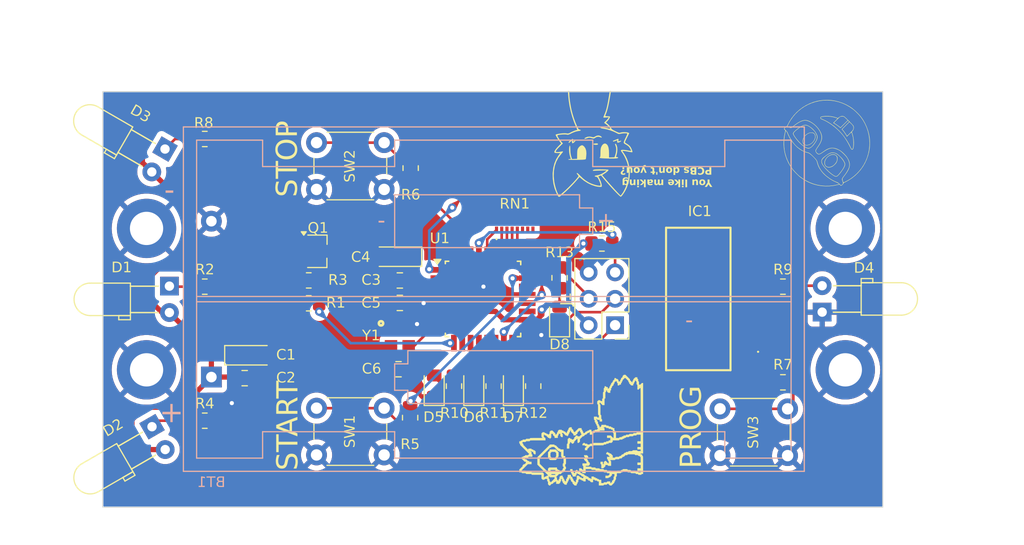
<source format=kicad_pcb>
(kicad_pcb (version 20240108) (generator "pcbnew") (generator_version "8.0")
  (layers (0 "F.Cu" signal) (31 "B.Cu" signal) (34 "B.Paste" user) (35 "F.Paste" user) (36 "B.SilkS" user "B.Silkscreen") (37 "F.SilkS" user "F.Silkscreen") (38 "B.Mask" user) (39 "F.Mask" user) (44 "Edge.Cuts" user))
  (net 0 "")
  (net 1 "+3V0")
  (net 2 "GND")
  (net 3 "/XTAL1")
  (net 4 "/XTAL2")
  (net 5 "Net-(D1-K)")
  (net 6 "Net-(D2-K)")
  (net 7 "Net-(D3-K)")
  (net 8 "Net-(D4-A)")
  (net 9 "/SW_START")
  (net 10 "/SW_STOP")
  (net 11 "/SW_PROG")
  (net 12 "/RESET")
  (net 13 "Net-(Q1-G)")
  (net 14 "Net-(Q1-D)")
  (net 15 "/CMDLEDS")
  (net 16 "/PROGLED")
  (net 17 "Net-(D5-A)")
  (net 18 "/S_LED1")
  (net 19 "Net-(D6-A)")
  (net 20 "/S_LED2")
  (net 21 "Net-(D7-A)")
  (net 22 "/S_LED3")
  (net 23 "Net-(D8-A)")
  (net 24 "/MOSI")
  (net 26 "/SCK")
  (net 32 "/MISO")
  (net 37 "/ADDR0")
  (net 38 "/ADDR1")
  (net 39 "/ADDR3")
  (net 40 "/ADDR4")
  (net 41 "/ADDR2")
  (net 42 "Net-(IC1-NO_5)")
  (net 46 "Net-(IC1-NO_1)")
  (net 47 "Net-(IC1-NO_4)")
  (net 48 "Net-(IC1-NO_2)")
  (net 49 "Net-(IC1-NO_3)")
  (net 50 "Net-(R5-Pad2)")
  (net 51 "Net-(R6-Pad2)")
  (net 52 "Net-(R7-Pad2)")
  (footprint "sumec-remote_library:purosidenegative" (layer "F.Cu") (at 146.6 113.2 90)
    (property "Reference" "R14" (hide yes))
    (property "Value" "R" (hide yes))
  )
  (footprint "Resistor_SMD:R_0805_2012Metric_Pad1.20x1.40mm_HandSolder" (layer "F.Cu") (at 166 99.4)
    (property "Reference" "R9" (at 0 -1.6 180) (layer "F.SilkS"))
    (property "Value" "200R")
    (pad "1" smd roundrect (at -1 0) (size 1.2 1.4) (layers "F.Cu" "F.Paste" "F.Mask") (roundrect_rratio 0.208333) (net 16 "/PROGLED"))
    (pad "2" smd roundrect (at 1 0) (size 1.2 1.4) (layers "F.Cu" "F.Paste" "F.Mask") (roundrect_rratio 0.208333) (net 8 "Net-(D4-A)"))
  )
  (footprint "Resistor_SMD:R_0805_2012Metric_Pad1.20x1.40mm_HandSolder" (layer "F.Cu") (at 120.4 101 180)
    (property "Reference" "R1" (at -2.6 0 180) (layer "F.SilkS"))
    (property "Value" "200R")
    (pad "1" smd roundrect (at -1 0 180) (size 1.2 1.4) (layers "F.Cu" "F.Paste" "F.Mask") (roundrect_rratio 0.208333) (net 15 "/CMDLEDS"))
    (pad "2" smd roundrect (at 1 0 180) (size 1.2 1.4) (layers "F.Cu" "F.Paste" "F.Mask") (roundrect_rratio 0.208333) (net 13 "Net-(Q1-G)"))
  )
  (footprint "Resistor_SMD:R_0805_2012Metric_Pad1.20x1.40mm_HandSolder" (layer "F.Cu") (at 144.521 98.552 -90)
    (property "Reference" "R13" (at -2.4 0 180) (layer "F.SilkS"))
    (property "Value" "1k")
    (pad "1" smd roundrect (at -1 0 270) (size 1.2 1.4) (layers "F.Cu" "F.Paste" "F.Mask") (roundrect_rratio 0.208333) (net 24 "/MOSI"))
    (pad "2" smd roundrect (at 1 0 270) (size 1.2 1.4) (layers "F.Cu" "F.Paste" "F.Mask") (roundrect_rratio 0.208333) (net 23 "Net-(D8-A)"))
  )
  (footprint "Connector_PinHeader_2.54mm:PinHeader_2x03_P2.54mm_Vertical" (layer "F.Cu") (at 149.86 103.109 180)
    (property "Reference" "J1" (at 4.675 2.525 -90) (layer "F.SilkS"))
    (property "Value" "AVR-ISP-6")
    (pad "1" thru_hole rect (at 0 0 180) (size 1.7 1.7) (drill 1) (layers "*.Cu" "*.Mask") (net 32 "/MISO"))
    (pad "2" thru_hole oval (at 2.54 0 180) (size 1.7 1.7) (drill 1) (layers "*.Cu" "*.Mask") (net 1 "+3V0"))
    (pad "3" thru_hole oval (at 0 2.54 180) (size 1.7 1.7) (drill 1) (layers "*.Cu" "*.Mask") (net 26 "/SCK"))
    (pad "4" thru_hole oval (at 2.54 2.54 180) (size 1.7 1.7) (drill 1) (layers "*.Cu" "*.Mask") (net 24 "/MOSI"))
    (pad "5" thru_hole oval (at 0 5.08 180) (size 1.7 1.7) (drill 1) (layers "*.Cu" "*.Mask") (net 12 "/RESET"))
    (pad "6" thru_hole oval (at 2.54 5.08 180) (size 1.7 1.7) (drill 1) (layers "*.Cu" "*.Mask") (net 2 "GND"))
  )
  (footprint "sumec-remote_library:boi" (layer "F.Cu") (at 147.71 86.58 180)
    (property "Reference" "R17" (hide yes))
    (property "Value" "R" (hide yes))
  )
  (footprint "LED_SMD:LED_0805_2012Metric_Pad1.15x1.40mm_HandSolder" (layer "F.Cu") (at 132.461 108.966 90)
    (property "Reference" "D5" (at -3.034 -0.061 0) (layer "F.SilkS"))
    (property "Value" "LED")
    (pad "1" smd roundrect (at -1.025 0 90) (size 1.15 1.4) (layers "F.Cu" "F.Paste" "F.Mask") (roundrect_rratio 0.217391) (net 2 "GND"))
    (pad "2" smd roundrect (at 1.025 0 90) (size 1.15 1.4) (layers "F.Cu" "F.Paste" "F.Mask") (roundrect_rratio 0.217391) (net 17 "Net-(D5-A)"))
  )
  (footprint "Resistor_SMD:R_0805_2012Metric_Pad1.20x1.40mm_HandSolder" (layer "F.Cu") (at 166 108.6)
    (property "Reference" "R7" (at 0 -1.65 0) (layer "F.SilkS"))
    (property "Value" "10k")
    (pad "1" smd roundrect (at -1 0) (size 1.2 1.4) (layers "F.Cu" "F.Paste" "F.Mask") (roundrect_rratio 0.208333) (net 11 "/SW_PROG"))
    (pad "2" smd roundrect (at 1 0) (size 1.2 1.4) (layers "F.Cu" "F.Paste" "F.Mask") (roundrect_rratio 0.208333) (net 52 "Net-(R7-Pad2)"))
  )
  (footprint "Resistor_SMD:R_0805_2012Metric_Pad1.20x1.40mm_HandSolder" (layer "F.Cu") (at 141.986 108.966 -90)
    (property "Reference" "R12" (at 2.634 -0.014 0) (layer "F.SilkS"))
    (property "Value" "1k")
    (pad "1" smd roundrect (at -1 0 270) (size 1.2 1.4) (layers "F.Cu" "F.Paste" "F.Mask") (roundrect_rratio 0.208333) (net 22 "/S_LED3"))
    (pad "2" smd roundrect (at 1 0 270) (size 1.2 1.4) (layers "F.Cu" "F.Paste" "F.Mask") (roundrect_rratio 0.208333) (net 21 "Net-(D7-A)"))
  )
  (footprint "Resistor_SMD:R_0805_2012Metric_Pad1.20x1.40mm_HandSolder" (layer "F.Cu") (at 110.4 99.4 180)
    (property "Reference" "R2" (at 0 1.6 0) (layer "F.SilkS"))
    (property "Value" "2.2R")
    (pad "1" smd roundrect (at -1 0 180) (size 1.2 1.4) (layers "F.Cu" "F.Paste" "F.Mask") (roundrect_rratio 0.208333) (net 14 "Net-(Q1-D)"))
    (pad "2" smd roundrect (at 1 0 180) (size 1.2 1.4) (layers "F.Cu" "F.Paste" "F.Mask") (roundrect_rratio 0.208333) (net 5 "Net-(D1-K)"))
  )
  (footprint "sumec-remote_library:crystal_smd" (layer "F.Cu") (at 129.159 104.14 -90)
    (property "Reference" "Y1" (at 0 2.759 0) (layer "F.SilkS") (effects (font (thickness 0.25))))
    (property "Value" "ABM8G-16.000MHZ-18-D2Y-T" (hide yes))
    (pad "1" smd rect (at -1.1 0.85) (size 1.2 1.4) (layers "F.Cu" "F.Paste" "F.Mask") (net 3 "/XTAL1"))
    (pad "2" smd rect (at 1.1 0.85) (size 1.2 1.4) (layers "F.Cu" "F.Paste" "F.Mask") (net 2 "GND"))
    (pad "3" smd rect (at 1.1 -0.85) (size 1.2 1.4) (layers "F.Cu" "F.Paste" "F.Mask") (net 4 "/XTAL2"))
    (pad "4" smd rect (at -1.1 -0.85) (size 1.2 1.4) (layers "F.Cu" "F.Paste" "F.Mask") (net 2 "GND"))
  )
  (footprint "Resistor_SMD:R_0805_2012Metric_Pad1.20x1.40mm_HandSolder" (layer "F.Cu") (at 110.4 85.2 180)
    (property "Reference" "R8" (at 0.1 1.49 180) (layer "F.SilkS"))
    (property "Value" "2.2R")
    (pad "1" smd roundrect (at -1 0 180) (size 1.2 1.4) (layers "F.Cu" "F.Paste" "F.Mask") (roundrect_rratio 0.208333) (net 14 "Net-(Q1-D)"))
    (pad "2" smd roundrect (at 1 0 180) (size 1.2 1.4) (layers "F.Cu" "F.Paste" "F.Mask") (roundrect_rratio 0.208333) (net 7 "Net-(D3-K)"))
  )
  (footprint "Resistor_SMD:R_0805_2012Metric_Pad1.20x1.40mm_HandSolder" (layer "F.Cu") (at 110.4 112.29 180)
    (property "Reference" "R4" (at 0 1.6 180) (layer "F.SilkS"))
    (property "Value" "2.2R")
    (pad "1" smd roundrect (at -1 0 180) (size 1.2 1.4) (layers "F.Cu" "F.Paste" "F.Mask") (roundrect_rratio 0.208333) (net 14 "Net-(Q1-D)"))
    (pad "2" smd roundrect (at 1 0 180) (size 1.2 1.4) (layers "F.Cu" "F.Paste" "F.Mask") (roundrect_rratio 0.208333) (net 6 "Net-(D2-K)"))
  )
  (footprint "MountingHole:MountingHole_3.2mm_M3_ISO7380_Pad" (layer "F.Cu") (at 172 93.8)
    (property "Reference" "H4" (hide yes))
    (property "Value" "Mounting Hole M3")
    (pad "1" thru_hole circle (at 0 0) (size 5.7 5.7) (drill 3.2) (layers "*.Cu" "*.Mask") (net 2 "GND"))
  )
  (footprint "Resistor_SMD:R_0805_2012Metric_Pad1.20x1.40mm_HandSolder" (layer "F.Cu") (at 138.176 108.966 -90)
    (property "Reference" "R11" (at 2.634 -0.024 0) (layer "F.SilkS"))
    (property "Value" "1k")
    (pad "1" smd roundrect (at -1 0 270) (size 1.2 1.4) (layers "F.Cu" "F.Paste" "F.Mask") (roundrect_rratio 0.208333) (net 20 "/S_LED2"))
    (pad "2" smd roundrect (at 1 0 270) (size 1.2 1.4) (layers "F.Cu" "F.Paste" "F.Mask") (roundrect_rratio 0.208333) (net 19 "Net-(D6-A)"))
  )
  (footprint "LED_THT:LED_D3.0mm_Horizontal_O3.81mm_Z10.0mm" (layer "F.Cu") (at 106.575705 86.167469 -120)
    (property "Reference" "D3" (at -1.728461 3.741155 150) (layer "F.SilkS"))
    (property "Value" "IR204A")
    (pad "1" thru_hole rect (at 0 0 240) (size 1.8 1.8) (drill 0.9) (layers "*.Cu" "*.Mask") (net 7 "Net-(D3-K)"))
    (pad "2" thru_hole circle (at 2.54 0 240) (size 1.8 1.8) (drill 0.9) (layers "*.Cu" "*.Mask") (net 1 "+3V0"))
  )
  (footprint "MountingHole:MountingHole_3.2mm_M3_ISO7380_Pad" (layer "F.Cu") (at 172 107.4)
    (property "Reference" "H3" (hide yes))
    (property "Value" "Mounting Hole M3")
    (pad "1" thru_hole circle (at 0 0) (size 5.7 5.7) (drill 3.2) (layers "*.Cu" "*.Mask") (net 2 "GND"))
  )
  (footprint "LED_SMD:LED_0805_2012Metric_Pad1.15x1.40mm_HandSolder" (layer "F.Cu") (at 144.521 102.362 90)
    (property "Reference" "D8" (at -2.638 0 0) (layer "F.SilkS"))
    (property "Value" "LED")
    (pad "1" smd roundrect (at -1.025 0 90) (size 1.15 1.4) (layers "F.Cu" "F.Paste" "F.Mask") (roundrect_rratio 0.217391) (net 2 "GND"))
    (pad "2" smd roundrect (at 1.025 0 90) (size 1.15 1.4) (layers "F.Cu" "F.Paste" "F.Mask") (roundrect_rratio 0.217391) (net 23 "Net-(D8-A)"))
  )
  (footprint "LED_THT:LED_D3.0mm_Horizontal_O3.81mm_Z10.0mm" (layer "F.Cu") (at 105.325705 112.867468 -60)
    (property "Reference" "D2" (at -1.748076 3.292821 -150) (layer "F.SilkS"))
    (property "Value" "IR204A")
    (pad "1" thru_hole rect (at 0 0 300) (size 1.8 1.8) (drill 0.9) (layers "*.Cu" "*.Mask") (net 6 "Net-(D2-K)"))
    (pad "2" thru_hole circle (at 2.54 0 300) (size 1.8 1.8) (drill 0.9) (layers "*.Cu" "*.Mask") (net 1 "+3V0"))
  )
  (footprint "MountingHole:MountingHole_3.2mm_M3_ISO7380_Pad" (layer "F.Cu") (at 104.8 93.8)
    (property "Reference" "H1" (hide yes))
    (property "Value" "Mounting Hole M3")
    (pad "1" thru_hole circle (at 0 0) (size 5.7 5.7) (drill 3.2) (layers "*.Cu" "*.Mask") (net 2 "GND"))
  )
  (footprint "Button_Switch_THT:SW_PUSH_6mm" (layer "F.Cu") (at 159.95 111.15)
    (property "Reference" "SW3" (at 3.25 2.25 90) (layer "F.SilkS"))
    (property "Value" "SW_Push")
    (pad "1" thru_hole circle (at 0 0 90) (size 2 2) (drill 1.1) (layers "*.Cu" "*.Mask") (net 52 "Net-(R7-Pad2)"))
    (pad "1" thru_hole circle (at 6.5 0 90) (size 2 2) (drill 1.1) (layers "*.Cu" "*.Mask") (net 52 "Net-(R7-Pad2)"))
    (pad "2" thru_hole circle (at 0 4.5 90) (size 2 2) (drill 1.1) (layers "*.Cu" "*.Mask") (net 2 "GND"))
    (pad "2" thru_hole circle (at 6.5 4.5 90) (size 2 2) (drill 1.1) (layers "*.Cu" "*.Mask") (net 2 "GND"))
  )
  (footprint "Resistor_SMD:R_0805_2012Metric_Pad1.20x1.40mm_HandSolder" (layer "F.Cu") (at 120.4 98.8 180)
    (property "Reference" "R3" (at -2.8 0 180) (layer "F.SilkS"))
    (property "Value" "10k")
    (pad "1" smd roundrect (at -1 0 180) (size 1.2 1.4) (layers "F.Cu" "F.Paste" "F.Mask") (roundrect_rratio 0.208333) (net 2 "GND"))
    (pad "2" smd roundrect (at 1 0 180) (size 1.2 1.4) (layers "F.Cu" "F.Paste" "F.Mask") (roundrect_rratio 0.208333) (net 13 "Net-(Q1-G)"))
  )
  (footprint "Resistor_SMD:R_0805_2012Metric_Pad1.20x1.40mm_HandSolder" (layer "F.Cu") (at 130.1496 112 -90)
    (property "Reference" "R5" (at 2.6 0 180) (layer "F.SilkS"))
    (property "Value" "10k")
    (pad "1" smd roundrect (at -1 0 270) (size 1.2 1.4) (layers "F.Cu" "F.Paste" "F.Mask") (roundrect_rratio 0.208333) (net 9 "/SW_START"))
    (pad "2" smd roundrect (at 1 0 270) (size 1.2 1.4) (layers "F.Cu" "F.Paste" "F.Mask") (roundrect_rratio 0.208333) (net 50 "Net-(R5-Pad2)"))
  )
  (footprint "LED_THT:LED_D3.0mm_Horizontal_O3.81mm_Z10.0mm" (layer "F.Cu") (at 107 99.35 -90)
    (property "Reference" "D1" (at -1.75 4.6 180) (layer "F.SilkS"))
    (property "Value" "IR204A")
    (pad "1" thru_hole rect (at 0 0 270) (size 1.8 1.8) (drill 0.9) (layers "*.Cu" "*.Mask") (net 5 "Net-(D1-K)"))
    (pad "2" thru_hole circle (at 2.54 0 270) (size 1.8 1.8) (drill 0.9) (layers "*.Cu" "*.Mask") (net 1 "+3V0"))
  )
  (footprint "Button_Switch_THT:SW_PUSH_6mm" (layer "F.Cu") (at 121.15 111.0848)
    (property "Reference" "SW1" (at 3.25 2.25 90) (layer "F.SilkS"))
    (property "Value" "SW_Push")
    (pad "1" thru_hole circle (at 0 0 90) (size 2 2) (drill 1.1) (layers "*.Cu" "*.Mask") (net 50 "Net-(R5-Pad2)"))
    (pad "1" thru_hole circle (at 6.5 0 90) (size 2 2) (drill 1.1) (layers "*.Cu" "*.Mask") (net 50 "Net-(R5-Pad2)"))
    (pad "2" thru_hole circle (at 0 4.5 90) (size 2 2) (drill 1.1) (layers "*.Cu" "*.Mask") (net 2 "GND"))
    (pad "2" thru_hole circle (at 6.5 4.5 90) (size 2 2) (drill 1.1) (layers "*.Cu" "*.Mask") (net 2 "GND"))
  )
  (footprint "Capacitor_SMD:C_0805_2012Metric_Pad1.18x1.45mm_HandSolder" (layer "F.Cu") (at 129.159 98.806 180)
    (property "Reference" "C3" (at 2.759 0.006 180) (layer "F.SilkS"))
    (property "Value" "100nF")
    (pad "1" smd roundrect (at -1.0375 0 180) (size 1.175 1.45) (layers "F.Cu" "F.Paste" "F.Mask") (roundrect_rratio 0.212766) (net 1 "+3V0"))
    (pad "2" smd roundrect (at 1.0375 0 180) (size 1.175 1.45) (layers "F.Cu" "F.Paste" "F.Mask") (roundrect_rratio 0.212766) (net 2 "GND"))
  )
  (footprint "Capacitor_SMD:C_0805_2012Metric_Pad1.18x1.45mm_HandSolder" (layer "F.Cu") (at 129.032 107.3404)
    (property "Reference" "C6" (at -2.5908 0 0) (layer "F.SilkS"))
    (property "Value" "18pF")
    (pad "1" smd roundrect (at -1.0375 0) (size 1.175 1.45) (layers "F.Cu" "F.Paste" "F.Mask") (roundrect_rratio 0.212766) (net 2 "GND"))
    (pad "2" smd roundrect (at 1.0375 0) (size 1.175 1.45) (layers "F.Cu" "F.Paste" "F.Mask") (roundrect_rratio 0.212766) (net 4 "/XTAL2"))
  )
  (footprint "LED_SMD:LED_0805_2012Metric_Pad1.15x1.40mm_HandSolder" (layer "F.Cu") (at 140.081 108.966 90)
    (property "Reference" "D7" (at -3.034 0 0) (layer "F.SilkS"))
    (property "Value" "LED")
    (pad "1" smd roundrect (at -1.025 0 90) (size 1.15 1.4) (layers "F.Cu" "F.Paste" "F.Mask") (roundrect_rratio 0.217391) (net 2 "GND"))
    (pad "2" smd roundrect (at 1.025 0 90) (size 1.15 1.4) (layers "F.Cu" "F.Paste" "F.Mask") (roundrect_rratio 0.217391) (net 21 "Net-(D7-A)"))
  )
  (footprint "MountingHole:MountingHole_3.2mm_M3_ISO7380_Pad" (layer "F.Cu") (at 104.8 107.4)
    (property "Reference" "H2" (hide yes))
    (property "Value" "Mounting Hole M3")
    (pad "1" thru_hole circle (at 0 0) (size 5.7 5.7) (drill 3.2) (layers "*.Cu" "*.Mask") (net 2 "GND"))
  )
  (footprint "Button_Switch_THT:SW_PUSH_6mm" (layer "F.Cu") (at 121.15 85.55)
    (property "Reference" "SW2" (at 3.25 2.25 90) (layer "F.SilkS"))
    (property "Value" "SW_Push")
    (pad "1" thru_hole circle (at 0 0 90) (size 2 2) (drill 1.1) (layers "*.Cu" "*.Mask") (net 51 "Net-(R6-Pad2)"))
    (pad "1" thru_hole circle (at 6.5 0 90) (size 2 2) (drill 1.1) (layers "*.Cu" "*.Mask") (net 51 "Net-(R6-Pad2)"))
    (pad "2" thru_hole circle (at 0 4.5 90) (size 2 2) (drill 1.1) (layers "*.Cu" "*.Mask") (net 2 "GND"))
    (pad "2" thru_hole circle (at 6.5 4.5 90) (size 2 2) (drill 1.1) (layers "*.Cu" "*.Mask") (net 2 "GND"))
  )
  (footprint "sumec-remote_library:nerd" (layer "F.Cu") (at 170.2 85.6 135)
    (property "Reference" "R16" (hide yes))
    (property "Value" "R" (hide yes))
  )
  (footprint "Package_QFP:TQFP-32_7x7mm_P0.8mm" (layer "F.Cu") (at 137.16 100.584)
    (property "Reference" "U1" (at -4.16 -5.784 0) (layer "F.SilkS"))
    (property "Value" "ATmega168PA-A")
    (pad "1" smd rect (at -4.25 -2.8) (size 1.6 0.55) (layers "F.Cu" "F.Paste" "F.Mask") (net 16 "/PROGLED"))
    (pad "2" smd rect (at -4.25 -2) (size 1.6 0.55) (layers "F.Cu" "F.Paste" "F.Mask"))
    (pad "3" smd rect (at -4.25 -1.2) (size 1.6 0.55) (layers "F.Cu" "F.Paste" "F.Mask") (net 2 "GND"))
    (pad "4" smd rect (at -4.25 -0.4) (size 1.6 0.55) (layers "F.Cu" "F.Paste" "F.Mask") (net 1 "+3V0"))
    (pad "5" smd rect (at -4.25 0.4) (size 1.6 0.55) (layers "F.Cu" "F.Paste" "F.Mask") (net 2 "GND"))
    (pad "6" smd rect (at -4.25 1.2) (size 1.6 0.55) (layers "F.Cu" "F.Paste" "F.Mask") (net 1 "+3V0"))
    (pad "7" smd rect (at -4.25 2) (size 1.6 0.55) (layers "F.Cu" "F.Paste" "F.Mask") (net 3 "/XTAL1"))
    (pad "8" smd rect (at -4.25 2.8) (size 1.6 0.55) (layers "F.Cu" "F.Paste" "F.Mask") (net 4 "/XTAL2"))
    (pad "9" smd rect (at -2.8 4.25 90) (size 1.6 0.55) (layers "F.Cu" "F.Paste" "F.Mask") (net 15 "/CMDLEDS"))
    (pad "10" smd rect (at -2 4.25 90) (size 1.6 0.55) (layers "F.Cu" "F.Paste" "F.Mask"))
    (pad "11" smd rect (at -1.2 4.25 90) (size 1.6 0.55) (layers "F.Cu" "F.Paste" "F.Mask"))
    (pad "12" smd rect (at -0.4 4.25 90) (size 1.6 0.55) (layers "F.Cu" "F.Paste" "F.Mask") (net 18 "/S_LED1"))
    (pad "13" smd rect (at 0.4 4.25 90) (size 1.6 0.55) (layers "F.Cu" "F.Paste" "F.Mask") (net 20 "/S_LED2"))
    (pad "14" smd rect (at 1.2 4.25 90) (size 1.6 0.55) (layers "F.Cu" "F.Paste" "F.Mask") (net 22 "/S_LED3"))
    (pad "15" smd rect (at 2 4.25 90) (size 1.6 0.55) (layers "F.Cu" "F.Paste" "F.Mask") (net 24 "/MOSI"))
    (pad "16" smd rect (at 2.8 4.25 90) (size 1.6 0.55) (layers "F.Cu" "F.Paste" "F.Mask") (net 32 "/MISO"))
    (pad "17" smd rect (at 4.25 2.8) (size 1.6 0.55) (layers "F.Cu" "F.Paste" "F.Mask") (net 26 "/SCK"))
    (pad "18" smd rect (at 4.25 2) (size 1.6 0.55) (layers "F.Cu" "F.Paste" "F.Mask") (net 1 "+3V0"))
    (pad "19" smd rect (at 4.25 1.2) (size 1.6 0.55) (layers "F.Cu" "F.Paste" "F.Mask"))
    (pad "20" smd rect (at 4.25 0.4) (size 1.6 0.55) (layers "F.Cu" "F.Paste" "F.Mask"))
    (pad "21" smd rect (at 4.25 -0.4) (size 1.6 0.55) (layers "F.Cu" "F.Paste" "F.Mask") (net 2 "GND"))
    (pad "22" smd rect (at 4.25 -1.2) (size 1.6 0.55) (layers "F.Cu" "F.Paste" "F.Mask"))
    (pad "23" smd rect (at 4.25 -2) (size 1.6 0.55) (layers "F.Cu" "F.Paste" "F.Mask") (net 9 "/SW_START"))
    (pad "24" smd rect (at 4.25 -2.8) (size 1.6 0.55) (layers "F.Cu" "F.Paste" "F.Mask") (net 37 "/ADDR0"))
    (pad "25" smd rect (at 2.8 -4.25 90) (size 1.6 0.55) (layers "F.Cu" "F.Paste" "F.Mask") (net 38 "/ADDR1"))
    (pad "26" smd rect (at 2 -4.25 90) (size 1.6 0.55) (layers "F.Cu" "F.Paste" "F.Mask") (net 41 "/ADDR2"))
    (pad "27" smd rect (at 1.2 -4.25 90) (size 1.6 0.55) (layers "F.Cu" "F.Paste" "F.Mask") (net 39 "/ADDR3"))
    (pad "28" smd rect (at 0.4 -4.25 90) (size 1.6 0.55) (layers "F.Cu" "F.Paste" "F.Mask") (net 40 "/ADDR4"))
    (pad "29" smd rect (at -0.4 -4.25 90) (size 1.6 0.55) (layers "F.Cu" "F.Paste" "F.Mask") (net 12 "/RESET"))
    (pad "30" smd rect (at -1.2 -4.25 90) (size 1.6 0.55) (layers "F.Cu" "F.Paste" "F.Mask"))
    (pad "31" smd rect (at -2 -4.25 90) (size 1.6 0.55) (layers "F.Cu" "F.Paste" "F.Mask") (net 11 "/SW_PROG"))
    (pad "32" smd rect (at -2.8 -4.25 90) (size 1.6 0.55) (layers "F.Cu" "F.Paste" "F.Mask") (net 10 "/SW_STOP"))
  )
  (footprint "Package_TO_SOT_SMD:TSOT-23_HandSoldering" (layer "F.Cu") (at 121.2 96)
    (property "Reference" "Q1" (at 0.09 -2.2 0) (layer "F.SilkS"))
    (property "Value" "DMG6968U-7")
    (pad "1" smd roundrect (at -1.71 -0.95) (size 2 0.65) (layers "F.Cu" "F.Paste" "F.Mask") (net 14 "Net-(Q1-D)"))
    (pad "2" smd roundrect (at -1.71 0.95) (size 2 0.65) (layers "F.Cu" "F.Paste" "F.Mask") (net 13 "Net-(Q1-G)"))
    (pad "3" smd roundrect (at 1.71 0) (size 2 0.65) (layers "F.Cu" "F.Paste" "F.Mask") (net 2 "GND"))
  )
  (footprint "Resistor_SMD:R_0805_2012Metric_Pad1.20x1.40mm_HandSolder" (layer "F.Cu") (at 148.59 95.25 180)
    (property "Reference" "R15" (at 0 1.524 180) (layer "F.SilkS"))
    (property "Value" "10k")
    (pad "1" smd roundrect (at -1 0 180) (size 1.2 1.4) (layers "F.Cu" "F.Paste" "F.Mask") (roundrect_rratio 0.208333) (net 12 "/RESET"))
    (pad "2" smd roundrect (at 1 0 180) (size 1.2 1.4) (layers "F.Cu" "F.Paste" "F.Mask") (roundrect_rratio 0.208333) (net 1 "+3V0"))
  )
  (footprint "Capacitor_Tantalum_SMD:CP_EIA-3216-18_Kemet-A_Pad1.58x1.35mm_HandSolder" (layer "F.Cu") (at 114.8 106)
    (property "Reference" "C1" (at 3.4 0 0) (layer "F.SilkS"))
    (property "Value" "10uF")
    (pad "1" smd roundrect (at -1.4375 0) (size 1.575 1.35) (layers "F.Cu" "F.Paste" "F.Mask") (roundrect_rratio 0.185185) (net 1 "+3V0"))
    (pad "2" smd roundrect (at 1.4375 0) (size 1.575 1.35) (layers "F.Cu" "F.Paste" "F.Mask") (roundrect_rratio 0.185185) (net 2 "GND"))
  )
  (footprint "Capacitor_SMD:C_0805_2012Metric_Pad1.18x1.45mm_HandSolder" (layer "F.Cu") (at 129.159 100.965 180)
    (property "Reference" "C5" (at 2.759 -0.035 180) (layer "F.SilkS"))
    (property "Value" "18pF")
    (pad "1" smd roundrect (at -1.0375 0 180) (size 1.175 1.45) (layers "F.Cu" "F.Paste" "F.Mask") (roundrect_rratio 0.212766) (net 2 "GND"))
    (pad "2" smd roundrect (at 1.0375 0 180) (size 1.175 1.45) (layers "F.Cu" "F.Paste" "F.Mask") (roundrect_rratio 0.212766) (net 3 "/XTAL1"))
  )
  (footprint "sumec-remote_library:resistor_array" (layer "F.Cu") (at 140.208 93.375)
    (property "Reference" "RN1" (at 0 -1.9 0) (layer "F.SilkS") (effects (font (thickness 0.25))))
    (property "Value" "YC248-JR-0710KL" (hide yes))
    (pad "1" smd rect (at -1.75 0.575) (size 0.3 0.65) (layers "F.Cu" "F.Paste" "F.Mask") (net 40 "/ADDR4"))
    (pad "2" smd rect (at -1.25 0.575) (size 0.3 0.65) (layers "F.Cu" "F.Paste" "F.Mask") (net 39 "/ADDR3"))
    (pad "3" smd rect (at -0.75 0.575) (size 0.3 0.65) (layers "F.Cu" "F.Paste" "F.Mask") (net 41 "/ADDR2"))
    (pad "4" smd rect (at -0.25 0.575) (size 0.3 0.65) (layers "F.Cu" "F.Paste" "F.Mask") (net 38 "/ADDR1"))
    (pad "5" smd rect (at 0.25 0.575) (size 0.3 0.65) (layers "F.Cu" "F.Paste" "F.Mask") (net 37 "/ADDR0"))
    (pad "6" smd rect (at 0.75 0.575) (size 0.3 0.65) (layers "F.Cu" "F.Paste" "F.Mask"))
    (pad "7" smd rect (at 1.25 0.575) (size 0.3 0.65) (layers "F.Cu" "F.Paste" "F.Mask"))
    (pad "8" smd rect (at 1.75 0.575) (size 0.3 0.65) (layers "F.Cu" "F.Paste" "F.Mask"))
    (pad "9" smd rect (at 1.75 -0.575) (size 0.3 0.65) (layers "F.Cu" "F.Paste" "F.Mask"))
    (pad "10" smd rect (at 1.25 -0.575) (size 0.3 0.65) (layers "F.Cu" "F.Paste" "F.Mask"))
    (pad "11" smd rect (at 0.75 -0.575) (size 0.3 0.65) (layers "F.Cu" "F.Paste" "F.Mask"))
    (pad "12" smd rect (at 0.25 -0.575) (size 0.3 0.65) (layers "F.Cu" "F.Paste" "F.Mask") (net 42 "Net-(IC1-NO_5)"))
    (pad "13" smd rect (at -0.25 -0.575) (size 0.3 0.65) (layers "F.Cu" "F.Paste" "F.Mask") (net 47 "Net-(IC1-NO_4)"))
    (pad "14" smd rect (at -0.75 -0.575) (size 0.3 0.65) (layers "F.Cu" "F.Paste" "F.Mask") (net 49 "Net-(IC1-NO_3)"))
    (pad "15" smd rect (at -1.25 -0.575) (size 0.3 0.65) (layers "F.Cu" "F.Paste" "F.Mask") (net 48 "Net-(IC1-NO_2)"))
    (pad "16" smd rect (at -1.75 -0.575) (size 0.3 0.65) (layers "F.Cu" "F.Paste" "F.Mask") (net 46 "Net-(IC1-NO_1)"))
  )
  (footprint "Capacitor_Tantalum_SMD:CP_EIA-3216-18_Kemet-A_Pad1.58x1.35mm_HandSolder" (layer "F.Cu") (at 128.778 96.52 180)
    (property "Reference" "C4" (at 3.378 -0.08 180) (layer "F.SilkS"))
    (property "Value" "10uF")
    (pad "1" smd roundrect (at -1.4375 0 180) (size 1.575 1.35) (layers "F.Cu" "F.Paste" "F.Mask") (roundrect_rratio 0.185185) (net 1 "+3V0"))
    (pad "2" smd roundrect (at 1.4375 0 180) (size 1.575 1.35) (layers "F.Cu" "F.Paste" "F.Mask") (roundrect_rratio 0.185185) (net 2 "GND"))
  )
  (footprint "sumec-remote_library:dip_switch" (layer "F.Cu") (at 157.861 100.584 90)
    (property "Reference" "IC1" (at 8.384 0.139 180) (layer "F.SilkS") (effects (font (thickness 0.25))))
    (property "Value" "DS04-254-1-05BK-SMT" (hide yes))
    (pad "1" smd rect (at -5.08 4.45 90) (size 1.1 1.5) (layers "F.Cu" "F.Paste" "F.Mask") (net 2 "GND"))
    (pad "2" smd rect (at -5.08 -4.45 90) (size 1.1 1.5) (layers "F.Cu" "F.Paste" "F.Mask") (net 46 "Net-(IC1-NO_1)"))
    (pad "3" smd rect (at -2.54 4.45 90) (size 1.1 1.5) (layers "F.Cu" "F.Paste" "F.Mask") (net 2 "GND"))
    (pad "4" smd rect (at -2.54 -4.45 90) (size 1.1 1.5) (layers "F.Cu" "F.Paste" "F.Mask") (net 48 "Net-(IC1-NO_2)"))
    (pad "5" smd rect (at 0 4.45 90) (size 1.1 1.5) (layers "F.Cu" "F.Paste" "F.Mask") (net 2 "GND"))
    (pad "6" smd rect (at 0 -4.45 90) (size 1.1 1.5) (layers "F.Cu" "F.Paste" "F.Mask") (net 49 "Net-(IC1-NO_3)"))
    (pad "7" smd rect (at 2.54 4.45 90) (size 1.1 1.5) (layers "F.Cu" "F.Paste" "F.Mask") (net 2 "GND"))
    (pad "8" smd rect (at 2.54 -4.45 90) (size 1.1 1.5) (layers "F.Cu" "F.Paste" "F.Mask") (net 47 "Net-(IC1-NO_4)"))
    (pad "9" smd rect (at 5.08 4.45 90) (size 1.1 1.5) (layers "F.Cu" "F.Paste" "F.Mask") (net 2 "GND"))
    (pad "10" smd rect (at 5.08 -4.45 90) (size 1.1 1.5) (layers "F.Cu" "F.Paste" "F.Mask") (net 42 "Net-(IC1-NO_5)"))
  )
  (footprint "Capacitor_SMD:C_0805_2012Metric_Pad1.18x1.45mm_HandSolder" (layer "F.Cu") (at 114.2375 108.2)
    (property "Reference" "C2" (at 3.9625 0 180) (layer "F.SilkS"))
    (property "Value" "100nF")
    (pad "1" smd roundrect (at -1.0375 0) (size 1.175 1.45) (layers "F.Cu" "F.Paste" "F.Mask") (roundrect_rratio 0.212766) (net 1 "+3V0"))
    (pad "2" smd roundrect (at 1.0375 0) (size 1.175 1.45) (layers "F.Cu" "F.Paste" "F.Mask") (roundrect_rratio 0.212766) (net 2 "GND"))
  )
  (footprint "Resistor_SMD:R_0805_2012Metric_Pad1.20x1.40mm_HandSolder" (layer "F.Cu") (at 134.366 108.966 -90)
    (property "Reference" "R10" (at 2.634 -0.034 0) (layer "F.SilkS"))
    (property "Value" "1k")
    (pad "1" smd roundrect (at -1 0 270) (size 1.2 1.4) (layers "F.Cu" "F.Paste" "F.Mask") (roundrect_rratio 0.208333) (net 18 "/S_LED1"))
    (pad "2" smd roundrect (at 1 0 270) (size 1.2 1.4) (layers "F.Cu" "F.Paste" "F.Mask") (roundrect_rratio 0.208333) (net 17 "Net-(D5-A)"))
  )
  (footprint "LED_SMD:LED_0805_2012Metric_Pad1.15x1.40mm_HandSolder" (layer "F.Cu") (at 136.271 108.966 90)
    (property "Reference" "D6" (at -3.034 0 0) (layer "F.SilkS"))
    (property "Value" "LED")
    (pad "1" smd roundrect (at -1.025 0 90) (size 1.15 1.4) (layers "F.Cu" "F.Paste" "F.Mask") (roundrect_rratio 0.217391) (net 2 "GND"))
    (pad "2" smd roundrect (at 1.025 0 90) (size 1.15 1.4) (layers "F.Cu" "F.Paste" "F.Mask") (roundrect_rratio 0.217391) (net 19 "Net-(D6-A)"))
  )
  (footprint "Resistor_SMD:R_0805_2012Metric_Pad1.20x1.40mm_HandSolder" (layer "F.Cu") (at 130.2 88 90)
    (property "Reference" "R6" (at -2.6 0 0) (layer "F.SilkS"))
    (property "Value" "10k")
    (pad "1" smd roundrect (at -1 0 90) (size 1.2 1.4) (layers "F.Cu" "F.Paste" "F.Mask") (roundrect_rratio 0.208333) (net 10 "/SW_STOP"))
    (pad "2" smd roundrect (at 1 0 90) (size 1.2 1.4) (layers "F.Cu" "F.Paste" "F.Mask") (roundrect_rratio 0.208333) (net 51 "Net-(R6-Pad2)"))
  )
  (footprint "LED_THT:LED_D3.0mm_Horizontal_O3.81mm_Z10.0mm" (layer "F.Cu") (at 169.7736 101.85 90)
    (property "Reference" "D4" (at 4.2032 4.0264 0) (layer "F.SilkS"))
    (property "Value" "IR204A")
    (pad "1" thru_hole rect (at 0 0 90) (size 1.8 1.8) (drill 0.9) (layers "*.Cu" "*.Mask") (net 2 "GND"))
    (pad "2" thru_hole circle (at 2.54 0 90) (size 1.8 1.8) (drill 0.9) (layers "*.Cu" "*.Mask") (net 8 "Net-(D4-A)"))
  )
  (footprint "Battery:BatteryHolder_Keystone_2462_2xAA - no holes" (layer "B.Cu") (at 111.035 108.095)
    (property "Reference" "BT1" (at 0 10.16 0) (layer "B.SilkS") (effects (justify mirror)))
    (property "Value" "Battery")
    (fp_text user "-" (at -4.035 -17.895 0) (layer "B.SilkS") (effects (font (size 2 2)) (justify mirror)))
    (fp_text user "+" (at -3.835 3.505 0) (layer "B.SilkS") (effects (font (size 2 2)) (justify mirror)))
    (fp_text user "+" (at 37.945 -14.99 0) (layer "B.SilkS") (effects (font (size 1.5 1.5)) (justify mirror)))
    (fp_text user "-" (at 16.355 -14.99 0) (layer "B.SilkS") (effects (font (size 1.5 1.5)) (justify mirror)))
    (fp_text user "-" (at 45.945 -5.4 0) (layer "B.SilkS") (effects (font (size 1.5 1.5)) (justify mirror)))
    (pad "1" thru_hole rect (at 0 0) (size 2 2) (drill 1.02) (layers "*.Cu" "*.Mask") (net 1 "+3V0"))
    (pad "2" thru_hole circle (at 0 -14.99) (size 2 2) (drill 1.02) (layers "*.Cu" "*.Mask") (net 2 "GND"))
  )
  (gr_rect (start 100.6 80.652) (end 175.6 120.6) (stroke (width 0.1)) (fill none) (layer "Edge.Cuts"))
  (gr_text "You like making \nPCBs don't you?" (at 159.2 87.8 180) (layer "F.SilkS") (effects (font (size 0.7 0.7) (thickness 0.125) (bold yes)) (justify left bottom)))
  (gr_text "PROG" (at 158.45 116.9 90) (layer "F.SilkS") (effects (font (size 2 2)) (justify left bottom)))
  (gr_text "START" (at 119.65 117.0848 90) (layer "F.SilkS") (effects (font (size 2 2)) (justify left bottom)))
  (gr_text "STOP" (at 119.6 90.8 90) (layer "F.SilkS") (effects (font (size 2 2)) (justify left bottom)))
  (segment (start 142.810002 102.108998) (end 142.335 102.584) (width 0.5) (layer "F.Cu") (net 1))
  (segment (start 111.035 108.095) (end 108.13 111) (width 0.5) (layer "F.Cu") (net 1))
  (segment (start 104.405705 85.394295) (end 106.6 83.2) (width 0.5) (layer "F.Cu") (net 1))
  (segment (start 142.335 102.584) (end 141.41 102.584) (width 0.5) (layer "F.Cu") (net 1))
  (segment (start 111.035 108.095) (end 111.035 105.925) (width 0.5) (layer "F.Cu") (net 1))
  (segment (start 104.867173 115.067173) (end 106.595705 115.067173) (width 0.5) (layer "F.Cu") (net 1))
  (segment (start 107 101.89) (end 106.29 101.89) (width 0.5) (layer "F.Cu") (net 1))
  (segment (start 113.4 106.0375) (end 113.4 108.095) (width 0.5) (layer "F.Cu") (net 1))
  (segment (start 130.1965 98.806) (end 130.429 98.806) (width 0.25) (layer "F.Cu") (net 1))
  (segment (start 104.6 111) (end 103.4 112.2) (width 0.5) (layer "F.Cu") (net 1))
  (segment (start 142.810002 101.6) (end 142.810002 102.108998) (width 0.5) (layer "F.Cu") (net 1))
  (segment (start 108.13 111) (end 104.6 111) (width 0.5) (layer "F.Cu") (net 1))
  (segment (start 103.4 113.6) (end 104.867173 115.067173) (width 0.5) (layer "F.Cu") (net 1))
  (segment (start 104.405705 87.467174) (end 104.405705 85.394295) (width 0.5) (layer "F.Cu") (net 1))
  (segment (start 130.406 98.806) (end 131.784 100.184) (width 0.5) (layer "F.Cu") (net 1))
  (segment (start 146.812 95.25) (end 147.59 95.25) (width 0.5) (layer "F.Cu") (net 1))
  (segment (start 108.8 91.861469) (end 105.305705 88.367174) (width 0.5) (layer "F.Cu") (net 1))
  (segment (start 106.29 101.89) (end 105.2 100.8) (width 0.5) (layer "F.Cu") (net 1))
  (segment (start 130.2155 95.96775) (end 130.2155 96.52) (width 0.5) (layer "F.Cu") (net 1))
  (segment (start 111.035 105.925) (end 107 101.89) (width 0.5) (layer "F.Cu") (net 1))
  (segment (start 106.6 83.2) (end 113.4 83.2) (width 0.5) (layer "F.Cu") (net 1))
  (segment (start 113.4 83.2) (end 118 87.8) (width 0.5) (layer "F.Cu") (net 1))
  (segment (start 136.784 101.784) (end 136.8 101.784) (width 0.5) (layer "F.Cu") (net 1))
  (segment (start 105.305705 88.367174) (end 104.405705 87.467174) (width 0.5) (layer "F.Cu") (net 1))
  (segment (start 105.2 98.4) (end 106.2 97.4) (width 0.5) (layer "F.Cu") (net 1))
  (segment (start 108.8 96.4) (end 108.8 91.861469) (width 0.5) (layer "F.Cu") (net 1))
  (segment (start 136.8 101.784) (end 138.36 101.784) (width 0.5) (layer "F.Cu") (net 1))
  (segment (start 105.2 100.8) (end 105.2 98.4) (width 0.5) (layer "F.Cu") (net 1))
  (segment (start 113.4 108.095) (end 111.035 108.095) (width 0.5) (layer "F.Cu") (net 1))
  (segment (start 113.3625 106) (end 113.4 106.0375) (width 0.5) (layer "F.Cu") (net 1))
  (segment (start 132.91 100.184) (end 135.184 100.184) (width 0.5) (layer "F.Cu") (net 1))
  (segment (start 130.2155 96.52) (end 130.2155 98.787) (width 0.5) (layer "F.Cu") (net 1))
  (segment (start 107.8 97.4) (end 108.8 96.4) (width 0.5) (layer "F.Cu") (net 1))
  (segment (start 118 87.8) (end 122.04775 87.8) (width 0.5) (layer "F.Cu") (net 1))
  (segment (start 132.91 101.784) (end 136.8 101.784) (width 0.5) (layer "F.Cu") (net 1))
  (segment (start 138.36 101.784) (end 139.16 102.584) (width 0.5) (layer "F.Cu") (net 1))
  (segment (start 130.1965 98.806) (end 130.406 98.806) (width 0.5) (layer "F.Cu") (net 1))
  (segment (start 135.184 100.184) (end 136.784 101.784) (width 0.5) (layer "F.Cu") (net 1))
  (segment (start 131.784 100.184) (end 132.91 100.184) (width 0.5) (layer "F.Cu") (net 1))
  (segment (start 122.04775 87.8) (end 130.2155 95.96775) (width 0.5) (layer "F.Cu") (net 1))
  (segment (start 106.2 97.4) (end 107.8 97.4) (width 0.5) (layer "F.Cu") (net 1))
  (segment (start 139.16 102.584) (end 141.41 102.584) (width 0.5) (layer "F.Cu") (net 1))
  (segment (start 103.4 112.2) (end 103.4 113.6) (width 0.5) (layer "F.Cu") (net 1))
  (via (at 146.812 95.25) (size 0.8) (drill 0.4) (layers "F.Cu" "B.Cu") (net 1))
  (via (at 142.810002 101.6) (size 0.8) (drill 0.4) (layers "F.Cu" "B.Cu") (net 1))
  (segment (start 145.4 96.662) (end 145.4 101.189) (width 0.5) (layer "B.Cu") (net 1))
  (segment (start 146.812 95.25) (end 145.4 96.662) (width 0.5) (layer "B.Cu") (net 1))
  (segment (start 142.810002 101.6) (end 143.221002 101.189) (width 0.5) (layer "B.Cu") (net 1))
  (segment (start 145.4 101.189) (end 147.32 103.109) (width 0.5) (layer "B.Cu") (net 1))
  (segment (start 143.221002 101.189) (end 145.4 101.189) (width 0.5) (layer "B.Cu") (net 1))
  (segment (start 116.4 106.1625) (end 116.2375 106) (width 1) (layer "F.Cu") (net 2))
  (segment (start 116.2375 107.9625) (end 116 108.2) (width 1) (layer "F.Cu") (net 2))
  (segment (start 126.4 98.8) (end 126.406 98.806) (width 0.25) (layer "F.Cu") (net 2))
  (segment (start 142.764955 104.054017) (end 143.853983 104.054017) (width 0.5) (layer "F.Cu") (net 2))
  (segment (start 128.309 105.24) (end 126.64 105.24) (width 1) (layer "F.Cu") (net 2))
  (segment (start 136.2 112.2) (end 136.271 112.129) (width 1) (layer "F.Cu") (net 2))
  (segment (start 131.426 100.965) (end 131.445 100.984) (width 0.25) (layer "F.Cu") (net 2))
  (segment (start 130.1965 100.965) (end 131.426 100.965) (width 0.25) (layer "F.Cu") (net 2))
  (segment (start 132.926 99.4) (end 135.8 99.4) (width 0.5) (layer "F.Cu") (net 2))
  (segment (start 128.1215 98.806) (end 126.406 98.806) (width 1) (layer "F.Cu") (net 2))
  (segment (start 132.91 99.384) (end 132.926 99.4) (width 0.25) (layer "F.Cu") (net 2))
  (segment (start 143.853983 104.054017) (end 144.521 103.387) (width 0.5) (layer "F.Cu") (net 2))
  (segment (start 136.271 109.991) (end 136.271 112.129) (width 1) (layer "F.Cu") (net 2))
  (segment (start 130.767 103.04) (end 130.81 102.997) (width 0.25) (layer "F.Cu") (net 2))
  (segment (start 140.081 109.991) (end 140.081 112.081) (width 1) (layer "F.Cu") (net 2))
  (segment (start 140.081 112.081) (end 140.2 112.2) (width 1) (layer "F.Cu") (net 2))
  (segment (start 147.32 98.029) (end 146.2 96.909) (width 1) (layer "F.Cu") (net 2))
  (segment (start 131.445 100.984) (end 132.91 100.984) (width 0.25) (layer "F.Cu") (net 2))
  (segment (start 116.2375 106) (end 116.2375 107.9625) (width 1) (layer "F.Cu") (net 2))
  (segment (start 141.41 100.184) (end 139 100.184) (width 0.5) (layer "F.Cu") (net 2))
  (segment (start 116 108.2) (end 115.275 108.2) (width 1) (layer "F.Cu") (net 2))
  (segment (start 130.009 103.04) (end 130.767 103.04) (width 0.25) (layer "F.Cu") (net 2))
  (via (at 137.2 99.4) (size 0.8) (drill 0.4) (layers "F.Cu" "B.Cu") (net 2))
  (via (at 113 110.6) (size 0.8) (drill 0.4) (layers "F.Cu" "B.Cu") (net 2))
  (via (at 131.445 100.984) (size 0.8) (drill 0.4) (layers "F.Cu" "B.Cu") (net 2))
  (via (at 130.81 102.997) (size 0.8) (drill 0.4) (layers "F.Cu" "B.Cu") (net 2))
  (via (at 142.764955 104.054017) (size 0.8) (drill 0.4) (layers "F.Cu" "B.Cu") (net 2))
  (segment (start 147.32 98.029) (end 147.32 97.08) (width 1) (layer "B.Cu") (net 2))
  (segment (start 147.32 97.08) (end 148 96.4) (width 1) (layer "B.Cu") (net 2))
  (segment (start 128.1215 100.965) (end 128.1215 102.8525) (width 0.25) (layer "F.Cu") (net 3))
  (segment (start 129.234 102.015) (end 128.309 102.94) (width 0.25) (layer "F.Cu") (net 3))
  (segment (start 128.1215 102.8525) (end 128.309 103.04) (width 0.25) (layer "F.Cu") (net 3))
  (segment (start 131.503 102.584) (end 130.934 102.015) (width 0.25) (layer "F.Cu") (net 3))
  (segment (start 132.91 102.584) (end 131.503 102.584) (width 0.25) (layer "F.Cu") (net 3))
  (segment (start 130.934 102.015) (end 129.234 102.015) (width 0.25) (layer "F.Cu") (net 3))
  (segment (start 128.309 102.94) (end 128.309 103.04) (width 0.25) (layer "F.Cu") (net 3))
  (segment (start 132.91 103.384) (end 132.246 103.384) (width 0.25) (layer "F.Cu") (net 4))
  (segment (start 130.0695 105.3005) (end 130.009 105.24) (width 0.25) (layer "F.Cu") (net 4))
  (segment (start 132.246 103.384) (end 130.39 105.24) (width 0.25) (layer "F.Cu") (net 4))
  (segment (start 130.0695 107.315) (end 130.0695 105.3005) (width 0.25) (layer "F.Cu") (net 4))
  (segment (start 107.05 99.4) (end 107 99.35) (width 0.25) (layer "F.Cu") (net 5))
  (segment (start 109.4 99.4) (end 107.05 99.4) (width 0.25) (layer "F.Cu") (net 5))
  (segment (start 109.5 112.29) (end 105.903173 112.29) (width 0.25) (layer "F.Cu") (net 6))
  (segment (start 105.903173 112.29) (end 105.325705 112.867468) (width 0.25) (layer "F.Cu") (net 6))
  (segment (start 109.6 85.2) (end 107.543174 85.2) (width 0.25) (layer "F.Cu") (net 7))
  (segment (start 107.543174 85.2) (end 106.575705 86.167469) (width 0.25) (layer "F.Cu") (net 7))
  (segment (start 167.2536 99.31) (end 166.9796 99.584) (width 0.25) (layer "F.Cu") (net 8))
  (segment (start 169.7268 99.31) (end 167.2536 99.31) (width 0.25) (layer "F.Cu") (net 8))
  (segment (start 169.7 99.3406) (end 169.7268 99.3138) (width 0.25) (layer "F.Cu") (net 8))
  (segment (start 169.7268 99.3138) (end 169.7268 99.31) (width 0.25) (layer "F.Cu") (net 8))
  (segment (start 140 98.6) (end 140.016 98.584) (width 0.25) (layer "F.Cu") (net 9))
  (segment (start 140.016 98.584) (end 141.41 98.584) (width 0.25) (layer "F.Cu") (net 9))
  (via (at 130.2 110.4) (size 0.8) (drill 0.4) (layers "F.Cu" "B.Cu") (net 9))
  (via (at 140 98.6) (size 0.8) (drill 0.4) (layers "F.Cu" "B.Cu") (net 9))
  (segment (start 139.725 100.875) (end 139.699695 100.875) (width 0.25) (layer "B.Cu") (net 9))
  (segment (start 139.699695 100.875) (end 139.275 101.299695) (width 0.25) (layer "B.Cu") (net 9))
  (segment (start 139.275 101.325) (end 130.2 110.4) (width 0.25) (layer "B.Cu") (net 9))
  (segment (start 139.275 101.299695) (end 139.275 101.325) (width 0.25) (layer "B.Cu") (net 9))
  (segment (start 140 100.6) (end 139.725 100.875) (width 0.25) (layer "B.Cu") (net 9))
  (segment (start 140 98.6) (end 140 100.6) (width 0.25) (layer "B.Cu") (net 9))
  (segment (start 134.36 96.334) (end 134.36 93.16) (width 0.25) (layer "F.Cu") (net 10))
  (segment (start 134.36 93.16) (end 130.2 89) (width 0.25) (layer "F.Cu") (net 10))
  (segment (start 135.16 92.44) (end 135.16 96.334) (width 0.25) (layer "F.Cu") (net 11))
  (segment (start 164.8 108.6) (end 163.4 108.6) (width 0.25) (layer "F.Cu") (net 11))
  (segment (start 158 92.2) (end 153.6 87.8) (width 0.25) (layer "F.Cu") (net 11))
  (segment (start 158 103.2) (end 158 92.2) (width 0.25) (layer "F.Cu") (net 11))
  (segment (start 153.6 87.8) (end 139.8 87.8) (width 0.25) (layer "F.Cu") (net 11))
  (segment (start 163.4 108.6) (end 158 103.2) (width 0.25) (layer "F.Cu") (net 11))
  (segment (start 139.8 87.8) (end 135.16 92.44) (width 0.25) (layer "F.Cu") (net 11))
  (segment (start 136.76 95.200475) (end 136.76 96.334) (width 0.25) (layer "F.Cu") (net 12))
  (segment (start 149.86 98.029) (end 149.86 95.52) (width 0.25) (layer "F.Cu") (net 12))
  (segment (start 149.6 94.4) (end 149.59 94.41) (width 0.25) (layer "F.Cu") (net 12))
  (segment (start 136.759525 95.2) (end 136.76 95.200475) (width 0.25) (layer "F.Cu") (net 12))
  (segment (start 149.86 95.52) (end 149.59 95.25) (width 0.25) (layer "F.Cu") (net 12))
  (segment (start 149.59 94.41) (end 149.59 95.25) (width 0.25) (layer "F.Cu") (net 12))
  (via (at 136.759525 95.2) (size 0.8) (drill 0.4) (layers "F.Cu" "B.Cu") (net 12))
  (via (at 149.6 94.4) (size 0.8) (drill 0.4) (layers "F.Cu" "B.Cu") (net 12))
  (segment (start 149.379783 94.179783) (end 149.6 94.4) (width 0.25) (layer "B.Cu") (net 12))
  (segment (start 136.759525 95.2) (end 137.779742 94.179783) (width 0.25) (layer "B.Cu") (net 12))
  (segment (start 137.779742 94.179783) (end 149.379783 94.179783) (width 0.25) (layer "B.Cu") (net 12))
  (segment (start 119.4 98.8) (end 119.4 100.8) (width 0.25) (layer "F.Cu") (net 13))
  (segment (start 119.4 98.8) (end 119.4 97.04) (width 0.25) (layer "F.Cu") (net 13))
  (segment (start 119.4 97.04) (end 119.49 96.95) (width 0.25) (layer "F.Cu") (net 13))
  (segment (start 117.8 110.2) (end 115.71 112.29) (width 0.25) (layer "F.Cu") (net 14))
  (segment (start 111.5 87.06) (end 111.5 85.09) (width 0.25) (layer "F.Cu") (net 14))
  (segment (start 115.75 95.05) (end 111.4 99.4) (width 0.25) (layer "F.Cu") (net 14))
  (segment (start 119.49 95.05) (end 115.75 95.05) (width 0.25) (layer "F.Cu") (net 14))
  (segment (start 119.49 95.05) (end 111.5 87.06) (width 0.25) (layer "F.Cu") (net 14))
  (segment (start 117.8 96.74) (end 117.8 110.2) (width 0.25) (layer "F.Cu") (net 14))
  (segment (start 119.49 95.05) (end 117.8 96.74) (width 0.25) (layer "F.Cu") (net 14))
  (segment (start 115.71 112.29) (end 111.5 112.29) (width 0.25) (layer "F.Cu") (net 14))
  (segment (start 121.4 101.8) (end 121.4 100.8) (width 0.25) (layer "F.Cu") (net 15))
  (segment (start 134 104.834) (end 134.36 104.834) (width 0.25) (layer "F.Cu") (net 15))
  (via (at 134 104.834) (size 0.8) (drill 0.4) (layers "F.Cu" "B.Cu") (net 15))
  (via (at 121.4 101.8) (size 0.8) (drill 0.4) (layers "F.Cu" "B.Cu") (net 15))
  (segment (start 124.434 104.834) (end 121.4 101.8) (width 0.25) (layer "B.Cu") (net 15))
  (segment (start 134 104.834) (end 124.434 104.834) (width 0.25) (layer "B.Cu") (net 15))
  (segment (start 158.8 91.6) (end 158.8 96.6) (width 0.25) (layer "F.Cu") (net 16))
  (segment (start 139 87) (end 154.2 87) (width 0.25) (layer "F.Cu") (net 16))
  (segment (start 158.8 96.6) (end 161.6 99.4) (width 0.25) (layer "F.Cu") (net 16))
  (segment (start 154.2 87) (end 158.8 91.6) (width 0.25) (layer "F.Cu") (net 16))
  (segment (start 132.049206 97.784) (end 132.91 97.784) (width 0.25) (layer "F.Cu") (net 16))
  (segment (start 134.2 91.8) (end 139 87) (width 0.25) (layer "F.Cu") (net 16))
  (segment (start 161.6 99.4) (end 165 99.4) (width 0.25) (layer "F.Cu") (net 16))
  (segment (start 131.986957 97.721751) (end 132.049206 97.784) (width 0.25) (layer "F.Cu") (net 16))
  (via (at 131.986957 97.721751) (size 0.8) (drill 0.4) (layers "F.Cu" "B.Cu") (net 16))
  (via (at 134.2 91.8) (size 0.8) (drill 0.4) (layers "F.Cu" "B.Cu") (net 16))
  (segment (start 134.2 91.8) (end 131.986957 94.013043) (width 0.25) (layer "B.Cu") (net 16))
  (segment (start 131.986957 94.013043) (end 131.986957 97.721751) (width 0.25) (layer "B.Cu") (net 16))
  (segment (start 132.461 107.941) (end 132.461 108.061) (width 0.25) (layer "F.Cu") (net 17))
  (segment (start 134.341 109.991) (end 134.366 109.966) (width 0.25) (layer "F.Cu") (net 17))
  (segment (start 132.461 108.061) (end 134.366 109.966) (width 0.25) (layer "F.Cu") (net 17))
  (segment (start 136.76 105.572) (end 136.76 104.834) (width 0.25) (layer "F.Cu") (net 18))
  (segment (start 134.366 107.966) (end 136.76 105.572) (width 0.25) (layer "F.Cu") (net 18))
  (segment (start 136.271 108.061) (end 138.176 109.966) (width 0.25) (layer "F.Cu") (net 19))
  (segment (start 138.151 109.991) (end 138.176 109.966) (width 0.25) (layer "F.Cu") (net 19))
  (segment (start 136.271 107.941) (end 136.271 108.061) (width 0.25) (layer "F.Cu") (net 19))
  (segment (start 138.176 107.966) (end 137.56 107.35) (width 0.25) (layer "F.Cu") (net 20))
  (segment (start 137.56 107.35) (end 137.56 104.834) (width 0.25) (layer "F.Cu") (net 20))
  (segment (start 141.961 109.991) (end 141.986 109.966) (width 0.25) (layer "F.Cu") (net 21))
  (segment (start 140.081 108.061) (end 141.986 109.966) (width 0.25) (layer "F.Cu") (net 21))
  (segment (start 140.081 107.941) (end 140.081 108.061) (width 0.25) (layer "F.Cu") (net 21))
  (segment (start 139.319 106.553) (end 138.36 105.594) (width 0.25) (layer "F.Cu") (net 22))
  (segment (start 138.36 105.594) (end 138.36 104.834) (width 0.25) (layer "F.Cu") (net 22))
  (segment (start 140.573 106.553) (end 139.319 106.553) (width 0.25) (layer "F.Cu") (net 22))
  (segment (start 141.986 107.966) (end 140.573 106.553) (width 0.25) (layer "F.Cu") (net 22))
  (segment (start 144.521 99.552) (end 144.521 101.337) (width 0.25) (layer "F.Cu") (net 23))
  (segment (start 142.810002 99.262998) (end 144.521 97.552) (width 0.25) (layer "F.Cu") (net 24))
  (segment (start 147.32 100.569) (end 147.32 100.351) (width 0.25) (layer "F.Cu") (net 24))
  (segment (start 139.161007 103.741712) (end 139.16 103.742719) (width 0.25) (layer "F.Cu") (net 24))
  (segment (start 139.16 103.742719) (end 139.16 104.834) (width 0.25) (layer "F.Cu") (net 24))
  (segment (start 147.32 100.351) (end 144.521 97.552) (width 0.25) (layer "F.Cu") (net 24))
  (segment (start 142.810002 100.203) (end 142.810002 99.262998) (width 0.25) (layer "F.Cu") (net 24))
  (via (at 139.161007 103.741712) (size 0.8) (drill 0.4) (layers "F.Cu" "B.Cu") (net 24))
  (via (at 142.810002 100.203) (size 0.8) (drill 0.4) (layers "F.Cu" "B.Cu") (net 24))
  (segment (start 142.699719 100.203) (end 139.161007 103.741712) (width 0.25) (layer "B.Cu") (net 24))
  (segment (start 142.810002 100.203) (end 142.699719 100.203) (width 0.25) (layer "B.Cu") (net 24))
  (segment (start 142.488 103.384) (end 143.51 102.362) (width 0.25) (layer "F.Cu") (net 26))
  (segment (start 143.51 102.362) (end 145.542 102.362) (width 0.25) (layer "F.Cu") (net 26))
  (segment (start 146.05 101.854) (end 148.575 101.854) (width 0.25) (layer "F.Cu") (net 26))
  (segment (start 145.542 102.362) (end 146.05 101.854) (width 0.25) (layer "F.Cu") (net 26))
  (segment (start 148.575 101.854) (end 149.86 100.569) (width 0.25) (layer "F.Cu") (net 26))
  (segment (start 141.41 103.384) (end 142.488 103.384) (width 0.25) (layer "F.Cu") (net 26))
  (segment (start 148.135 104.834) (end 139.96 104.834) (width 0.25) (layer "F.Cu") (net 32))
  (segment (start 149.86 103.109) (end 148.135 104.834) (width 0.25) (layer "F.Cu") (net 32))
  (segment (start 140.458 95.058) (end 140.458 93.95) (width 0.25) (layer "F.Cu") (net 37))
  (segment (start 141.41 96.01) (end 140.458 95.058) (width 0.25) (layer "F.Cu") (net 37))
  (segment (start 141.41 97.784) (end 141.41 96.01) (width 0.25) (layer "F.Cu") (net 37))
  (segment (start 139.958 96.332) (end 139.958 93.95) (width 0.25) (layer "F.Cu") (net 38))
  (segment (start 139.96 96.334) (end 139.958 96.332) (width 0.25) (layer "F.Cu") (net 38))
  (segment (start 138.958 94.842) (end 138.958 94.047) (width 0.25) (layer "F.Cu") (net 39))
  (segment (start 138.36 96.334) (end 138.36 95.44) (width 0.25) (layer "F.Cu") (net 39))
  (segment (start 138.36 95.44) (end 138.958 94.842) (width 0.25) (layer "F.Cu") (net 39))
  (segment (start 137.56 94.848) (end 137.56 96.334) (width 0.25) (layer "F.Cu") (net 40))
  (segment (start 138.458 93.95) (end 137.56 94.848) (width 0.25) (layer "F.Cu") (net 40))
  (segment (start 139.16 95.362) (end 139.458 95.064) (width 0.25) (layer "F.Cu") (net 41))
  (segment (start 139.16 96.334) (end 139.16 95.362) (width 0.25) (layer "F.Cu") (net 41))
  (segment (start 139.458 95.064) (end 139.458 93.95) (width 0.25) (layer "F.Cu") (net 41))
  (segment (start 140.833 91.8) (end 149.707 91.8) (width 0.25) (layer "F.Cu") (net 42))
  (segment (start 140.458 92.175) (end 140.833 91.8) (width 0.25) (layer "F.Cu") (net 42))
  (segment (start 149.707 91.8) (end 153.411 95.504) (width 0.25) (layer "F.Cu") (net 42))
  (segment (start 140.458 92.8) (end 140.458 92.175) (width 0.25) (layer "F.Cu") (net 42))
  (segment (start 157.2 101.875) (end 153.411 105.664) (width 0.25) (layer "F.Cu") (net 46))
  (segment (start 138.458 92.8) (end 138.458 90.342) (width 0.25) (layer "F.Cu") (net 46))
  (segment (start 138.458 90.342) (end 140.2 88.6) (width 0.25) (layer "F.Cu") (net 46))
  (segment (start 157.2 92.8) (end 157.2 101.875) (width 0.25) (layer "F.Cu") (net 46))
  (segment (start 140.2 88.6) (end 153 88.6) (width 0.25) (layer "F.Cu") (net 46))
  (segment (start 153 88.6) (end 157.2 92.8) (width 0.25) (layer "F.Cu") (net 46))
  (segment (start 151.2 91) (end 154.8 94.6) (width 0.25) (layer "F.Cu") (net 47))
  (segment (start 139.958 92.8) (end 139.958 92.042) (width 0.25) (layer "F.Cu") (net 47))
  (segment (start 154.8 94.6) (end 154.8 96.655) (width 0.25) (layer "F.Cu") (net 47))
  (segment (start 141 91) (end 151.2 91) (width 0.25) (layer "F.Cu") (net 47))
  (segment (start 154.8 96.655) (end 153.411 98.044) (width 0.25) (layer "F.Cu") (net 47))
  (segment (start 139.958 92.042) (end 141 91) (width 0.25) (layer "F.Cu") (net 47))
  (segment (start 138.958 91.042) (end 140.6 89.4) (width 0.25) (layer "F.Cu") (net 48))
  (segment (start 140.6 89.4) (end 152.4 89.4) (width 0.25) (layer "F.Cu") (net 48))
  (segment (start 156.4 93.4) (end 156.4 100.135) (width 0.25) (layer "F.Cu") (net 48))
  (segment (start 152.4 89.4) (end 156.4 93.4) (width 0.25) (layer "F.Cu") (net 48))
  (segment (start 138.958 92.8) (end 138.958 91.042) (width 0.25) (layer "F.Cu") (net 48))
  (segment (start 156.4 100.135) (end 153.411 103.124) (width 0.25) (layer "F.Cu") (net 48))
  (segment (start 151.8 90.2) (end 155.6 94) (width 0.25) (layer "F.Cu") (net 49))
  (segment (start 155.6 98.395) (end 153.411 100.584) (width 0.25) (layer "F.Cu") (net 49))
  (segment (start 155.6 94) (end 155.6 98.395) (width 0.25) (layer "F.Cu") (net 49))
  (segment (start 139.458 92.8) (end 139.458 91.542) (width 0.25) (layer "F.Cu") (net 49))
  (segment (start 139.458 91.542) (end 140.8 90.2) (width 0.25) (layer "F.Cu") (net 49))
  (segment (start 140.8 90.2) (end 151.8 90.2) (width 0.25) (layer "F.Cu") (net 49))
  (segment (start 127.65 111.0848) (end 129.5652 113) (width 0.25) (layer "F.Cu") (net 50))
  (segment (start 129.5652 113) (end 130.1496 113) (width 0.25) (layer "F.Cu") (net 50))
  (segment (start 121.15 111.0848) (end 127.65 111.0848) (width 0.25) (layer "F.Cu") (net 50))
  (segment (start 129.1 87) (end 127.65 85.55) (width 0.25) (layer "F.Cu") (net 51))
  (segment (start 121.15 85.55) (end 127.65 85.55) (width 0.25) (layer "F.Cu") (net 51))
  (segment (start 130.2 87) (end 129.1 87) (width 0.25) (layer "F.Cu") (net 51))
  (segment (start 167 110.8) (end 166.65 111.15) (width 0.25) (layer "F.Cu") (net 52))
  (segment (start 159.95 111.15) (end 166.45 111.15) (width 0.25) (layer "F.Cu") (net 52))
  (segment (start 167 108.6) (end 167 110.8) (width 0.25) (layer "F.Cu") (net 52))
  (zone (net 2) (net_name "GND") (layers "F&B.Cu") (connect_pads (clearance 0.5)) (min_thickness 0.25) (fill yes (thermal_gap 0.5) (thermal_bridge_width 0.5))
    (polygon (pts (xy 175.6 120.6) (xy 100.6 120.6) (xy 100.6 80.652) (xy 175.6 80.652)))
  )
)
</source>
